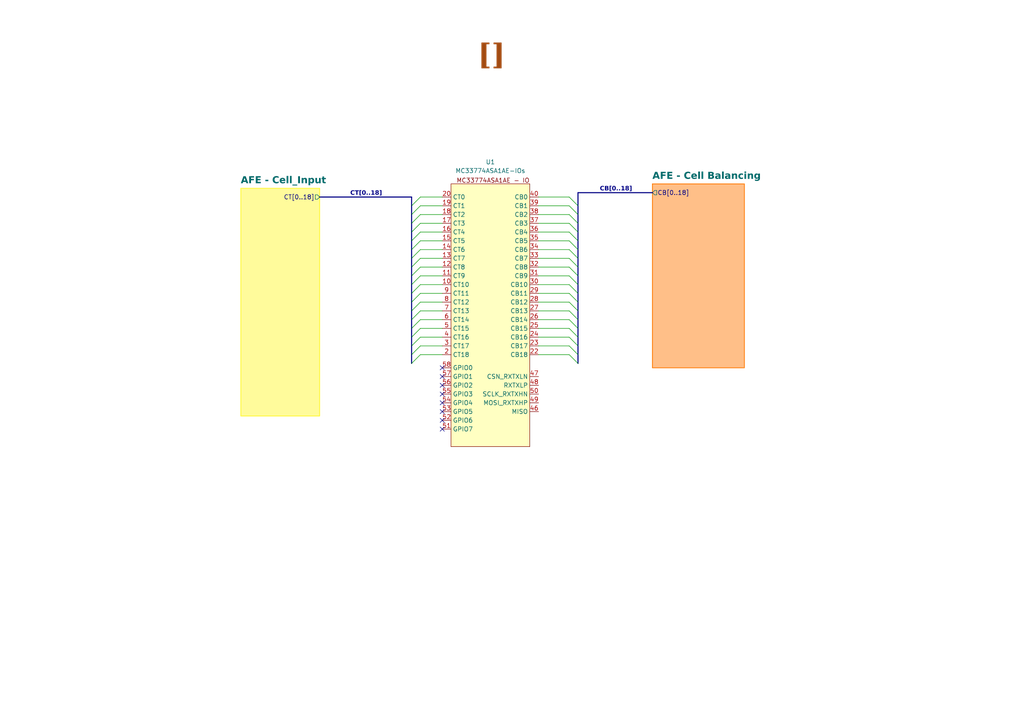
<source format=kicad_sch>
(kicad_sch (version 20231120) (generator "eeschema") (generator_version "8.0")
  (paper "A4")
  (title_block (title "Cell_Sentinel") (date "2024-11-05") (rev "1.0.0"))
  (lib_symbols
    (symbol "MC33774ASA1AE_1"
      (property "Reference" "U" (at -0.762 42.418 0))
      (property "Value" "MC33774ASA1AE-IOs" (at 18.542 41.656 0))
      (symbol "MC33774ASA1AE_1_1_1"
        (rectangle (start -12.7 38.1) (end 10.16 -38.1) (fill (type background)))
        (text "MC33774ASA1AE - IO" (at -0.508 39.116 0) (effects (font (size 1.27 1.27))))
        (pin passive line (at -15.24 8.89 0) (length 2.54) (name "CT10") (number "10"))
        (pin passive line (at -15.24 11.43 0) (length 2.54) (name "CT9") (number "11"))
        (pin passive line (at -15.24 13.97 0) (length 2.54) (name "CT8") (number "12"))
        (pin passive line (at -15.24 16.51 0) (length 2.54) (name "CT7") (number "13"))
        (pin passive line (at -15.24 19.05 0) (length 2.54) (name "CT6") (number "14"))
        (pin passive line (at -15.24 21.59 0) (length 2.54) (name "CT5") (number "15"))
        (pin passive line (at -15.24 24.13 0) (length 2.54) (name "CT4") (number "16"))
        (pin passive line (at -15.24 26.67 0) (length 2.54) (name "CT3") (number "17"))
        (pin passive line (at -15.24 29.21 0) (length 2.54) (name "CT2") (number "18"))
        (pin passive line (at -15.24 31.75 0) (length 2.54) (name "CT1") (number "19"))
        (pin passive line (at -15.24 -11.43 0) (length 2.54) (name "CT18") (number "2"))
        (pin passive line (at -15.24 34.29 0) (length 2.54) (name "CT0") (number "20"))
        (pin passive line (at 12.7 -11.43 180) (length 2.54) (name "CB18") (number "22"))
        (pin passive line (at 12.7 -8.89 180) (length 2.54) (name "CB17") (number "23"))
        (pin passive line (at 12.7 -6.35 180) (length 2.54) (name "CB16") (number "24"))
        (pin passive line (at 12.7 -3.81 180) (length 2.54) (name "CB15") (number "25"))
        (pin passive line (at 12.7 -1.27 180) (length 2.54) (name "CB14") (number "26"))
        (pin passive line (at 12.7 1.27 180) (length 2.54) (name "CB13") (number "27"))
        (pin passive line (at 12.7 3.81 180) (length 2.54) (name "CB12") (number "28"))
        (pin passive line (at 12.7 6.35 180) (length 2.54) (name "CB11") (number "29"))
        (pin passive line (at -15.24 -8.89 0) (length 2.54) (name "CT17") (number "3"))
        (pin passive line (at 12.7 8.89 180) (length 2.54) (name "CB10") (number "30"))
        (pin passive line (at 12.7 11.43 180) (length 2.54) (name "CB9") (number "31"))
        (pin passive line (at 12.7 13.97 180) (length 2.54) (name "CB8") (number "32"))
        (pin passive line (at 12.7 16.51 180) (length 2.54) (name "CB7") (number "33"))
        (pin passive line (at 12.7 19.05 180) (length 2.54) (name "CB6") (number "34"))
        (pin passive line (at 12.7 21.59 180) (length 2.54) (name "CB5") (number "35"))
        (pin passive line (at 12.7 24.13 180) (length 2.54) (name "CB4") (number "36"))
        (pin passive line (at 12.7 26.67 180) (length 2.54) (name "CB3") (number "37"))
        (pin passive line (at 12.7 29.21 180) (length 2.54) (name "CB2") (number "38"))
        (pin passive line (at 12.7 31.75 180) (length 2.54) (name "CB1") (number "39"))
        (pin passive line (at -15.24 -6.35 0) (length 2.54) (name "CT16") (number "4"))
        (pin passive line (at 12.7 34.29 180) (length 2.54) (name "CB0") (number "40"))
        (pin bidirectional line (at 12.7 -27.94 180) (length 2.54) (name "MISO") (number "46"))
        (pin bidirectional line (at 12.7 -17.78 180) (length 2.54) (name "CSN_RXTXLN") (number "47"))
        (pin bidirectional line (at 12.7 -20.32 180) (length 2.54) (name "RXTXLP") (number "48"))
        (pin bidirectional line (at 12.7 -25.4 180) (length 2.54) (name "MOSI_RXTXHP") (number "49"))
        (pin passive line (at -15.24 -3.81 0) (length 2.54) (name "CT15") (number "5"))
        (pin bidirectional line (at 12.7 -22.86 180) (length 2.54) (name "SCLK_RXTXHN") (number "50"))
        (pin bidirectional line (at -15.24 -33.02 0) (length 2.54) (name "GPIO7") (number "51"))
        (pin bidirectional line (at -15.24 -30.48 0) (length 2.54) (name "GPIO6") (number "52"))
        (pin bidirectional line (at -15.24 -27.94 0) (length 2.54) (name "GPIO5") (number "53"))
        (pin bidirectional line (at -15.24 -25.4 0) (length 2.54) (name "GPIO4") (number "54"))
        (pin bidirectional line (at -15.24 -22.86 0) (length 2.54) (name "GPIO3") (number "55"))
        (pin bidirectional line (at -15.24 -20.32 0) (length 2.54) (name "GPIO2") (number "56"))
        (pin bidirectional line (at -15.24 -17.78 0) (length 2.54) (name "GPIO1") (number "57"))
        (pin bidirectional line (at -15.24 -15.24 0) (length 2.54) (name "GPIO0") (number "58"))
        (pin passive line (at -15.24 -1.27 0) (length 2.54) (name "CT14") (number "6"))
        (pin passive line (at -15.24 1.27 0) (length 2.54) (name "CT13") (number "7"))
        (pin passive line (at -15.24 3.81 0) (length 2.54) (name "CT12") (number "8"))
        (pin passive line (at -15.24 6.35 0) (length 2.54) (name "CT11") (number "9"))
      )
    )
  )
  (no_connect (at 128.27 119.38))
  (no_connect (at 128.27 114.3))
  (no_connect (at 128.27 124.46))
  (no_connect (at 128.27 106.68))
  (no_connect (at 128.27 116.84))
  (no_connect (at 128.27 109.22))
  (no_connect (at 128.27 111.76))
  (no_connect (at 128.27 121.92))
  (bus_entry (at 119.38 67.31) (size 2.54 -2.54))
  (bus_entry (at 119.38 62.23) (size 2.54 -2.54))
  (bus_entry (at 119.38 105.41) (size 2.54 -2.54))
  (bus_entry (at 165.1 59.69) (size 2.54 2.54))
  (bus_entry (at 165.1 80.01) (size 2.54 2.54))
  (bus_entry (at 119.38 102.87) (size 2.54 -2.54))
  (bus_entry (at 119.38 72.39) (size 2.54 -2.54))
  (bus_entry (at 165.1 90.17) (size 2.54 2.54))
  (bus_entry (at 119.38 82.55) (size 2.54 -2.54))
  (bus_entry (at 165.1 87.63) (size 2.54 2.54))
  (bus_entry (at 165.1 62.23) (size 2.54 2.54))
  (bus_entry (at 165.1 67.31) (size 2.54 2.54))
  (bus_entry (at 165.1 57.15) (size 2.54 2.54))
  (bus_entry (at 119.38 95.25) (size 2.54 -2.54))
  (bus_entry (at 165.1 77.47) (size 2.54 2.54))
  (bus_entry (at 119.38 87.63) (size 2.54 -2.54))
  (bus_entry (at 119.38 59.69) (size 2.54 -2.54))
  (bus_entry (at 165.1 72.39) (size 2.54 2.54))
  (bus_entry (at 119.38 85.09) (size 2.54 -2.54))
  (bus_entry (at 165.1 85.09) (size 2.54 2.54))
  (bus_entry (at 165.1 64.77) (size 2.54 2.54))
  (bus_entry (at 165.1 92.71) (size 2.54 2.54))
  (bus_entry (at 165.1 69.85) (size 2.54 2.54))
  (bus_entry (at 119.38 69.85) (size 2.54 -2.54))
  (bus_entry (at 165.1 74.93) (size 2.54 2.54))
  (bus_entry (at 119.38 77.47) (size 2.54 -2.54))
  (bus_entry (at 119.38 64.77) (size 2.54 -2.54))
  (bus_entry (at 165.1 97.79) (size 2.54 2.54))
  (bus_entry (at 119.38 80.01) (size 2.54 -2.54))
  (bus_entry (at 165.1 82.55) (size 2.54 2.54))
  (bus_entry (at 165.1 102.87) (size 2.54 2.54))
  (bus_entry (at 119.38 90.17) (size 2.54 -2.54))
  (bus_entry (at 165.1 100.33) (size 2.54 2.54))
  (bus_entry (at 119.38 92.71) (size 2.54 -2.54))
  (bus_entry (at 119.38 97.79) (size 2.54 -2.54))
  (bus_entry (at 119.38 100.33) (size 2.54 -2.54))
  (bus_entry (at 165.1 95.25) (size 2.54 2.54))
  (bus_entry (at 119.38 74.93) (size 2.54 -2.54))
  (wire (pts (xy 121.92 64.77) (xy 128.27 64.77)))
  (bus (pts (xy 119.38 74.93) (xy 119.38 72.39)))
  (bus (pts (xy 167.64 92.71) (xy 167.64 90.17)))
  (bus (pts (xy 167.64 97.79) (xy 167.64 95.25)))
  (wire (pts (xy 121.92 85.09) (xy 128.27 85.09)))
  (bus (pts (xy 119.38 100.33) (xy 119.38 97.79)))
  (wire (pts (xy 121.92 95.25) (xy 128.27 95.25)))
  (bus (pts (xy 167.64 102.87) (xy 167.64 100.33)))
  (wire (pts (xy 121.92 80.01) (xy 128.27 80.01)))
  (wire (pts (xy 121.92 100.33) (xy 128.27 100.33)))
  (wire (pts (xy 121.92 59.69) (xy 128.27 59.69)))
  (bus (pts (xy 119.38 85.09) (xy 119.38 82.55)))
  (wire (pts (xy 156.21 90.17) (xy 165.1 90.17)))
  (bus (pts (xy 167.64 87.63) (xy 167.64 85.09)))
  (wire (pts (xy 156.21 57.15) (xy 165.1 57.15)))
  (wire (pts (xy 121.92 77.47) (xy 128.27 77.47)))
  (wire (pts (xy 156.21 82.55) (xy 165.1 82.55)))
  (wire (pts (xy 121.92 74.93) (xy 128.27 74.93)))
  (bus (pts (xy 167.64 67.31) (xy 167.64 64.77)))
  (bus (pts (xy 167.64 105.41) (xy 167.64 102.87)))
  (wire (pts (xy 121.92 72.39) (xy 128.27 72.39)))
  (bus (pts (xy 167.64 72.39) (xy 167.64 69.85)))
  (bus (pts (xy 167.64 80.01) (xy 167.64 77.47)))
  (wire (pts (xy 156.21 64.77) (xy 165.1 64.77)))
  (wire (pts (xy 156.21 67.31) (xy 165.1 67.31)))
  (bus (pts (xy 119.38 69.85) (xy 119.38 67.31)))
  (bus (pts (xy 167.64 82.55) (xy 167.64 80.01)))
  (wire (pts (xy 156.21 80.01) (xy 165.1 80.01)))
  (wire (pts (xy 156.21 102.87) (xy 165.1 102.87)))
  (wire (pts (xy 156.21 59.69) (xy 165.1 59.69)))
  (wire (pts (xy 156.21 92.71) (xy 165.1 92.71)))
  (wire (pts (xy 156.21 72.39) (xy 165.1 72.39)))
  (wire (pts (xy 121.92 57.15) (xy 128.27 57.15)))
  (bus (pts (xy 119.38 80.01) (xy 119.38 77.47)))
  (wire (pts (xy 121.92 87.63) (xy 128.27 87.63)))
  (wire (pts (xy 121.92 90.17) (xy 128.27 90.17)))
  (bus (pts (xy 119.38 82.55) (xy 119.38 80.01)))
  (bus (pts (xy 167.64 55.88) (xy 189.23 55.88)))
  (wire (pts (xy 121.92 82.55) (xy 128.27 82.55)))
  (bus (pts (xy 119.38 67.31) (xy 119.38 64.77)))
  (bus (pts (xy 167.64 74.93) (xy 167.64 72.39)))
  (bus (pts (xy 167.64 64.77) (xy 167.64 62.23)))
  (wire (pts (xy 156.21 74.93) (xy 165.1 74.93)))
  (bus (pts (xy 119.38 87.63) (xy 119.38 85.09)))
  (bus (pts (xy 119.38 92.71) (xy 119.38 90.17)))
  (wire (pts (xy 121.92 69.85) (xy 128.27 69.85)))
  (bus (pts (xy 167.64 59.69) (xy 167.64 55.88)))
  (bus (pts (xy 119.38 62.23) (xy 119.38 59.69)))
  (bus (pts (xy 167.64 95.25) (xy 167.64 92.71)))
  (bus (pts (xy 167.64 100.33) (xy 167.64 97.79)))
  (bus (pts (xy 119.38 102.87) (xy 119.38 100.33)))
  (wire (pts (xy 121.92 102.87) (xy 128.27 102.87)))
  (wire (pts (xy 156.21 95.25) (xy 165.1 95.25)))
  (wire (pts (xy 121.92 97.79) (xy 128.27 97.79)))
  (bus (pts (xy 119.38 64.77) (xy 119.38 62.23)))
  (bus (pts (xy 167.64 62.23) (xy 167.64 59.69)))
  (bus (pts (xy 167.64 90.17) (xy 167.64 87.63)))
  (wire (pts (xy 156.21 100.33) (xy 165.1 100.33)))
  (wire (pts (xy 121.92 92.71) (xy 128.27 92.71)))
  (bus (pts (xy 167.64 77.47) (xy 167.64 74.93)))
  (wire (pts (xy 156.21 69.85) (xy 165.1 69.85)))
  (bus (pts (xy 92.71 57.15) (xy 119.38 57.15)))
  (bus (pts (xy 119.38 97.79) (xy 119.38 95.25)))
  (bus (pts (xy 119.38 95.25) (xy 119.38 92.71)))
  (bus (pts (xy 119.38 105.41) (xy 119.38 102.87)))
  (bus (pts (xy 119.38 90.17) (xy 119.38 87.63)))
  (bus (pts (xy 119.38 59.69) (xy 119.38 57.15)))
  (bus (pts (xy 167.64 69.85) (xy 167.64 67.31)))
  (wire (pts (xy 156.21 85.09) (xy 165.1 85.09)))
  (bus (pts (xy 119.38 77.47) (xy 119.38 74.93)))
  (bus (pts (xy 119.38 72.39) (xy 119.38 69.85)))
  (wire (pts (xy 121.92 67.31) (xy 128.27 67.31)))
  (bus (pts (xy 167.64 85.09) (xy 167.64 82.55)))
  (wire (pts (xy 156.21 62.23) (xy 165.1 62.23)))
  (wire (pts (xy 156.21 77.47) (xy 165.1 77.47)))
  (wire (pts (xy 156.21 97.79) (xy 165.1 97.79)))
  (wire (pts (xy 121.92 62.23) (xy 128.27 62.23)))
  (wire (pts (xy 156.21 87.63) (xy 165.1 87.63)))
  (text "[${#}] ${SHEETNAME}" (at 144.018 18.034 0) (effects (font (size 6 6) (thickness 1.6) (bold yes))))
  (label "CT[0..18]" (at 101.6 57.15 0) (effects (font (thickness 0.254) (bold yes))))
  (label "CB[0..18]" (at 173.99 55.88 0) (effects (font (thickness 0.254) (bold yes))))
  (symbol (lib_name "MC33774ASA1AE_1") (lib_id "MC33774ASA1AE:MC33774ASA1AE") (at 143.51 91.44 0) (unit 1)
    (property "Reference" "U1" (at 142.24 46.99 0))
    (property "Value" "MC33774ASA1AE-IOs" (at 142.24 49.53 0))
    (property "Footprint" "MC33774ASP1AE_AFE:QFP50P1200X1200X160-65N" (effects (hide yes)))
    (property "Description" "18 Ch AFE" (effects (hide yes)))
  )
  (sheet (at 189.23 53.34) (size 26.67 53.34) (stroke (width 0.25) (color 255 129 18 1)) (fill (color 255 129 18 0.5000))
    (property "Sheetname" "AFE - Cell Balancing" (at 189.23 52.2146 0) (effects (font (size 2 2) (thickness 0.4) (bold yes)) (justify left bottom)))
    (property "Sheetfile" "AFE - Cell Balancing.kicad_sch" (effects (hide yes)))
    (pin "CB[0..18]" output (at 189.23 55.88 180))
  )
  (sheet (at 69.85 54.61) (size 22.86 66.04) (stroke (width 0.25) (color 255 248 60 1)) (fill (color 255 248 60 0.5100))
    (property "Sheetname" "AFE - Cell_Input" (at 69.85 53.4846 0) (effects (font (size 2 2) (thickness 0.4) (bold yes)) (justify left bottom)))
    (property "Sheetfile" "AFE - Cell_Input.kicad_sch" (effects (hide yes)))
    (pin "CT[0..18]" output (at 92.71 57.15 0))
  )
)
</source>
